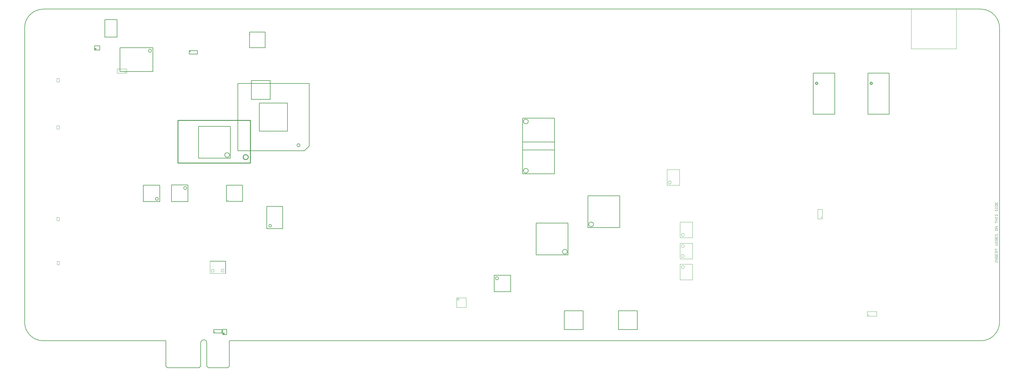
<source format=gm1>
G04*
G04 #@! TF.GenerationSoftware,Altium Limited,Altium Designer,24.1.2 (44)*
G04*
G04 Layer_Color=16711935*
%FSLAX44Y44*%
%MOMM*%
G71*
G04*
G04 #@! TF.SameCoordinates,140FFB89-E29E-458A-976C-A302E020C20F*
G04*
G04*
G04 #@! TF.FilePolarity,Positive*
G04*
G01*
G75*
%ADD10C,0.1270*%
%ADD12C,0.2540*%
%ADD13C,0.2500*%
%ADD17C,0.1000*%
%ADD21C,0.1750*%
%ADD387C,0.0650*%
%ADD388C,0.1016*%
D10*
X787483Y367700D02*
G03*
X787483Y367700I-4243J0D01*
G01*
X878750Y625010D02*
G03*
X878750Y625010I-5000J0D01*
G01*
X426734Y453670D02*
G03*
X426734Y453670I-4854J0D01*
G01*
X517141Y488232D02*
G03*
X517141Y488232I-4854J0D01*
G01*
X404876Y926965D02*
G03*
X404876Y926965I-5006J0D01*
G01*
X228400Y933196D02*
G03*
X228400Y933196I-1832J0D01*
G01*
X637448Y23448D02*
G03*
X637448Y23448I-1832J0D01*
G01*
X1511654Y199795D02*
G03*
X1511654Y199795I-4854J0D01*
G01*
X3050000Y0D02*
G03*
X3110000Y60000I-0J60000D01*
G01*
X3110000Y1000000D02*
G03*
X3050000Y1060000I-60000J0D01*
G01*
X60000D02*
G03*
X-0Y1000000I-0J-60000D01*
G01*
X0Y60000D02*
G03*
X60000Y-0I60000J-0D01*
G01*
X581000Y-6350D02*
G03*
X562000Y-6350I-9500J0D01*
G01*
X772840Y358140D02*
Y429260D01*
X823640Y358140D02*
Y429260D01*
X772840D02*
X823640D01*
X772840Y358140D02*
X823640D01*
X255890Y970270D02*
Y1026170D01*
X295290Y970270D02*
Y1026170D01*
X255890D02*
X295290D01*
X255890Y970270D02*
X295290D01*
X838750Y670010D02*
Y760010D01*
X748750Y670010D02*
X838750D01*
X748750D02*
Y760010D01*
X838750D01*
X679950Y607510D02*
X892550Y607510D01*
Y607510D02*
X907550Y622510D01*
Y822510D01*
X679950Y607510D02*
Y822510D01*
X907550D01*
X1894050Y36040D02*
X1954050D01*
X1894050Y96040D02*
X1954050D01*
X1894050Y36040D02*
Y96040D01*
X1954050Y36040D02*
Y96040D01*
X1721330Y36040D02*
X1781330D01*
X1721330Y96040D02*
X1781330D01*
X1721330Y36040D02*
Y96040D01*
X1781330Y36040D02*
Y96040D01*
X723110Y831370D02*
X783110D01*
X723110Y771370D02*
X783110D01*
Y831370D01*
X723110Y771370D02*
Y831370D01*
X717050Y936350D02*
X767050Y936350D01*
Y986350D01*
X717050Y986350D02*
X767050Y986350D01*
X717050Y980100D02*
Y986350D01*
Y980100D02*
X719550Y978850D01*
X717050Y977600D02*
X719550Y978850D01*
X717050Y936350D02*
Y977600D01*
X378880Y497422D02*
X431381D01*
X431381Y444921D01*
X378880D02*
Y497422D01*
Y444921D02*
X431381D01*
X468535Y445233D02*
Y497733D01*
X521035D01*
X468535Y445233D02*
X521035D01*
Y497733D01*
X643925Y446035D02*
Y497535D01*
Y446035D02*
X695425D01*
Y497535D01*
X643925D02*
X695425D01*
X525480Y916520D02*
Y927520D01*
X551480Y916520D02*
Y927520D01*
X525480Y916520D02*
X551480D01*
X525480Y927520D02*
X551480D01*
X409370Y860715D02*
Y936715D01*
X304370Y860715D02*
X409370D01*
X304370D02*
Y936715D01*
X409370D01*
X222640Y929490D02*
X239640D01*
X222640Y942490D02*
X239640D01*
X222640Y929490D02*
Y942490D01*
X239640Y929490D02*
Y942490D01*
X631910Y36520D02*
X631910Y19520D01*
X644910Y36520D02*
X644910Y19520D01*
X631910D02*
X644910D01*
X631910Y36520D02*
X644910D01*
X603030Y24940D02*
Y35940D01*
X629030Y24940D02*
Y35940D01*
X603030D02*
X629030D01*
X603030Y24940D02*
X629030D01*
X2516160Y855440D02*
X2584160D01*
Y724440D02*
Y855440D01*
X2516160Y724440D02*
X2584160D01*
X2516160D02*
Y855440D01*
X2690150D02*
X2758150D01*
Y724440D02*
Y855440D01*
X2690150Y724440D02*
X2758150D01*
X2690150D02*
Y855440D01*
X1498051Y156796D02*
Y209296D01*
Y156796D02*
X1550552D01*
X1498051Y209296D02*
X1550552D01*
Y156796D02*
Y209296D01*
X673100Y0D02*
X3050000D01*
X3110000Y1000000D02*
X3110000Y60000D01*
X60000Y1060000D02*
X3050000D01*
X-0Y1000000D02*
X0Y60000D01*
X60000Y-0D02*
X431800Y-0D01*
X450500D01*
Y-81350D02*
Y-0D01*
Y-81350D02*
X455500Y-86350D01*
X557000D01*
X562000Y-81350D01*
Y-6350D01*
X581000Y-81350D02*
Y-6350D01*
Y-81350D02*
X586000Y-86350D01*
X648000D01*
X653000Y-81350D01*
Y-0D01*
X673100D01*
D12*
X713490Y586994D02*
G03*
X713490Y586994I-8132J0D01*
G01*
X648278Y449034D02*
G03*
X648278Y449034I-353J0D01*
G01*
X2530266Y822940D02*
G03*
X2530266Y822940I-3606J0D01*
G01*
X2704256D02*
G03*
X2704256Y822940I-3606J0D01*
G01*
X488950Y568833D02*
Y704723D01*
X720090D01*
X488950Y568833D02*
X720090D01*
Y704723D01*
D13*
X320965Y858774D02*
G03*
X320965Y858774I-417J0D01*
G01*
X2692309Y82724D02*
G03*
X2692309Y82724I-417J0D01*
G01*
X2541433Y394462D02*
G03*
X2541433Y394462I-417J0D01*
G01*
D17*
X1386220Y132115D02*
G03*
X1386220Y132115I-3000J0D01*
G01*
X2062830Y505970D02*
G03*
X2062830Y505970I-5000J0D01*
G01*
X529820Y924560D02*
G03*
X529820Y924560I-1500J0D01*
G01*
X636450Y224450D02*
G03*
X636450Y224450I-5000J0D01*
G01*
X604950Y223950D02*
G03*
X604950Y223950I-5000J0D01*
G01*
X607370Y27900D02*
G03*
X607370Y27900I-1500J0D01*
G01*
X2104740Y271020D02*
G03*
X2104740Y271020I-5000J0D01*
G01*
X2104740Y338330D02*
G03*
X2104740Y338330I-5000J0D01*
G01*
X2104740Y235630D02*
G03*
X2104740Y235630I-5000J0D01*
G01*
Y302940D02*
G03*
X2104740Y302940I-5000J0D01*
G01*
X1377720Y106615D02*
Y137615D01*
X1408720Y106615D02*
Y137615D01*
X1377720D02*
X1408720D01*
X1377720Y106615D02*
X1408720D01*
X2048830Y496970D02*
Y546970D01*
X2088830Y496970D02*
Y546970D01*
X2048830Y496970D02*
X2088830D01*
X2048830Y546970D02*
X2088830D01*
X294680Y855330D02*
X325080D01*
X294680Y869330D02*
X325080D01*
Y855330D02*
Y869330D01*
X294680Y855330D02*
Y869330D01*
X591450Y215450D02*
Y254450D01*
X640450Y215450D02*
Y254450D01*
X591450D02*
X640450D01*
X591450Y215450D02*
X640450D01*
X590950Y214950D02*
X640950D01*
X590950Y254950D02*
X640950D01*
X590950Y214950D02*
Y254950D01*
X640950Y214950D02*
Y254950D01*
X2687360Y79280D02*
X2717760D01*
X2687360Y93280D02*
X2717760D01*
X2687360Y79280D02*
Y93280D01*
X2717760Y79280D02*
Y93280D01*
X2090740Y312020D02*
X2130740D01*
X2090740Y262020D02*
X2130740D01*
Y312020D01*
X2090740D02*
X2090740Y262020D01*
Y379330D02*
X2130740D01*
X2090740Y329330D02*
X2130740D01*
Y379330D01*
X2090740Y329330D02*
Y379330D01*
X2544460Y389930D02*
Y420330D01*
X2530460Y389930D02*
Y420330D01*
Y389930D02*
X2544460D01*
X2530460Y420330D02*
X2544460D01*
X2090740Y194630D02*
X2130740D01*
X2090740Y244630D02*
X2130740D01*
Y194630D02*
Y244630D01*
X2090740Y194630D02*
Y244630D01*
Y261940D02*
X2130740D01*
X2090740Y311940D02*
X2130740D01*
Y261940D02*
Y311940D01*
X2090740Y261940D02*
Y311940D01*
X2971850Y933174D02*
Y1060174D01*
X2828340D02*
X2971850D01*
X2828340Y933174D02*
X2971850D01*
X2828340D02*
Y1060174D01*
D21*
X1731010Y284685D02*
G03*
X1731010Y284685I-7620J0D01*
G01*
X1814830Y372110D02*
G03*
X1814830Y372110I-7620J0D01*
G01*
X1606550Y543560D02*
G03*
X1606550Y543560I-7620J0D01*
G01*
Y701040D02*
G03*
X1606550Y701040I-7620J0D01*
G01*
X653667Y593702D02*
G03*
X653667Y593702I-7620J0D01*
G01*
X1733550Y274525D02*
Y376125D01*
X1631950Y274525D02*
X1733550D01*
X1631950D02*
Y376125D01*
X1733550D01*
X1898650Y361950D02*
Y463550D01*
X1797050D02*
X1898650D01*
X1797050Y361950D02*
Y463550D01*
Y361950D02*
X1898650D01*
X1690370Y533400D02*
Y635000D01*
X1588770D02*
X1690370D01*
X1588770Y533400D02*
Y635000D01*
Y533400D02*
X1690370D01*
Y609600D02*
Y711200D01*
X1588770Y609600D02*
X1690370D01*
X1588770D02*
Y711200D01*
X1690370D01*
X656207Y583542D02*
Y685142D01*
X554607Y583542D02*
X656207D01*
X554607D02*
Y685142D01*
X656207D01*
D387*
X103180Y395082D02*
X110180D01*
X103180Y384082D02*
X110180D01*
Y395082D01*
X103180Y384082D02*
Y395082D01*
X103450Y254420D02*
X110450D01*
X103450Y243420D02*
X110450D01*
Y254420D01*
X103450Y243420D02*
Y254420D01*
X103180Y676490D02*
Y687490D01*
X110180Y676490D02*
Y687490D01*
X103180Y676490D02*
X110180D01*
X103180Y687490D02*
X110180D01*
X103180Y827620D02*
Y838620D01*
X110180Y827620D02*
Y838620D01*
X103180Y827620D02*
X110180D01*
X103180Y838620D02*
X110180D01*
D388*
X3095667Y251250D02*
Y253916D01*
Y252583D01*
X3103665D01*
Y251250D01*
Y253916D01*
Y257915D02*
X3095667D01*
X3103665Y263246D01*
X3095667D01*
X3097000Y271244D02*
X3095667Y269911D01*
Y267245D01*
X3097000Y265912D01*
X3098333D01*
X3099666Y267245D01*
Y269911D01*
X3100999Y271244D01*
X3102332D01*
X3103665Y269911D01*
Y267245D01*
X3102332Y265912D01*
X3095667Y279241D02*
Y273909D01*
X3103665D01*
Y279241D01*
X3099666Y273909D02*
Y276575D01*
X3103665Y281907D02*
X3095667D01*
Y285905D01*
X3097000Y287238D01*
X3099666D01*
X3100999Y285905D01*
Y281907D01*
Y284573D02*
X3103665Y287238D01*
X3095667Y289904D02*
Y295236D01*
Y292570D01*
X3103665D01*
X3095667Y305899D02*
X3103665D01*
X3100999Y308565D01*
X3103665Y311231D01*
X3095667D01*
Y313897D02*
Y316562D01*
Y315229D01*
X3103665D01*
Y313897D01*
Y316562D01*
Y320561D02*
X3095667D01*
Y324560D01*
X3097000Y325893D01*
X3099666D01*
X3100999Y324560D01*
Y320561D01*
Y323227D02*
X3103665Y325893D01*
X3095667Y333890D02*
Y328558D01*
X3103665D01*
Y333890D01*
X3099666Y328558D02*
Y331224D01*
X3097000Y341887D02*
X3095667Y340555D01*
Y337889D01*
X3097000Y336556D01*
X3098333D01*
X3099666Y337889D01*
Y340555D01*
X3100999Y341887D01*
X3102332D01*
X3103665Y340555D01*
Y337889D01*
X3102332Y336556D01*
X3095667Y356549D02*
Y353884D01*
X3097000Y352551D01*
X3102332D01*
X3103665Y353884D01*
Y356549D01*
X3102332Y357882D01*
X3097000D01*
X3095667Y356549D01*
X3103665Y360548D02*
X3095667D01*
X3103665Y365880D01*
X3095667D01*
Y376543D02*
Y381875D01*
Y379209D01*
X3103665D01*
X3095667Y384540D02*
X3103665D01*
X3099666D01*
Y389872D01*
X3095667D01*
X3103665D01*
X3095667Y392538D02*
Y395204D01*
Y393871D01*
X3103665D01*
Y392538D01*
Y395204D01*
X3097000Y404534D02*
X3095667Y403201D01*
Y400535D01*
X3097000Y399202D01*
X3098333D01*
X3099666Y400535D01*
Y403201D01*
X3100999Y404534D01*
X3102332D01*
X3103665Y403201D01*
Y400535D01*
X3102332Y399202D01*
X3097000Y420529D02*
X3095667Y419196D01*
Y416530D01*
X3097000Y415197D01*
X3098333D01*
X3099666Y416530D01*
Y419196D01*
X3100999Y420529D01*
X3102332D01*
X3103665Y419196D01*
Y416530D01*
X3102332Y415197D01*
X3095667Y423195D02*
Y425860D01*
Y424527D01*
X3103665D01*
Y423195D01*
Y425860D01*
X3095667Y429859D02*
X3103665D01*
Y433858D01*
X3102332Y435191D01*
X3097000D01*
X3095667Y433858D01*
Y429859D01*
Y443188D02*
Y437856D01*
X3103665D01*
Y443188D01*
X3099666Y437856D02*
Y440522D01*
M02*

</source>
